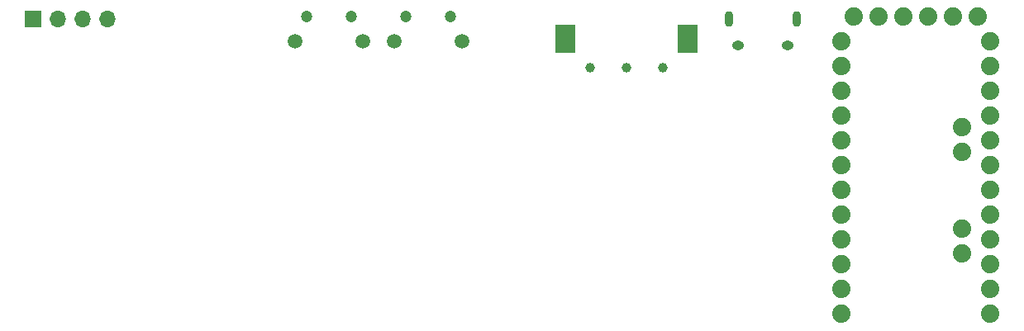
<source format=gbr>
%TF.GenerationSoftware,KiCad,Pcbnew,(5.1.10)-1*%
%TF.CreationDate,2021-07-25T13:07:42+09:00*%
%TF.ProjectId,MHGC,4d484743-2e6b-4696-9361-645f70636258,rev?*%
%TF.SameCoordinates,Original*%
%TF.FileFunction,Soldermask,Bot*%
%TF.FilePolarity,Negative*%
%FSLAX46Y46*%
G04 Gerber Fmt 4.6, Leading zero omitted, Abs format (unit mm)*
G04 Created by KiCad (PCBNEW (5.1.10)-1) date 2021-07-25 13:07:42*
%MOMM*%
%LPD*%
G01*
G04 APERTURE LIST*
%ADD10O,0.900000X1.600000*%
%ADD11O,1.250000X0.950000*%
%ADD12C,1.879600*%
%ADD13R,2.000000X3.000000*%
%ADD14C,1.000000*%
%ADD15O,1.700000X1.700000*%
%ADD16R,1.700000X1.700000*%
%ADD17C,1.500000*%
%ADD18C,1.200000*%
G04 APERTURE END LIST*
D10*
%TO.C,J2*%
X237800000Y-3000000D03*
X244800000Y-3000000D03*
D11*
X238800000Y-5700000D03*
X243800000Y-5700000D03*
%TD*%
D12*
%TO.C,U1*%
X263350000Y-2760000D03*
X260810000Y-2760000D03*
X258270000Y-2760000D03*
X255730000Y-2760000D03*
X253190000Y-2760000D03*
X250650000Y-2760000D03*
X261699000Y-16603000D03*
X261699000Y-14063000D03*
X261699000Y-24477000D03*
X261699000Y-27017000D03*
X264620000Y-5300000D03*
X264620000Y-7840000D03*
X264620000Y-10380000D03*
X264620000Y-12920000D03*
X264620000Y-15460000D03*
X264620000Y-18000000D03*
X264620000Y-20540000D03*
X264620000Y-23080000D03*
X264620000Y-25620000D03*
X264620000Y-28160000D03*
X264620000Y-30700000D03*
X264620000Y-33240000D03*
X249380000Y-33240000D03*
X249380000Y-30700000D03*
X249380000Y-28160000D03*
X249380000Y-25620000D03*
X249380000Y-23080000D03*
X249380000Y-20540000D03*
X249380000Y-18000000D03*
X249380000Y-15460000D03*
X249380000Y-12920000D03*
X249380000Y-10380000D03*
X249380000Y-7840000D03*
X249380000Y-5300000D03*
%TD*%
D13*
%TO.C,RV1*%
X221030000Y-5000000D03*
X233630000Y-5000000D03*
D14*
X223580000Y-8000000D03*
X227330000Y-8000000D03*
X231080000Y-8000000D03*
%TD*%
D15*
%TO.C,J1*%
X174120000Y-3000000D03*
X171580000Y-3000000D03*
X169040000Y-3000000D03*
D16*
X166500000Y-3000000D03*
%TD*%
D17*
%TO.C,SW1*%
X203510000Y-5250000D03*
X210510000Y-5250000D03*
D18*
X204760000Y-2750000D03*
X209260000Y-2750000D03*
%TD*%
D17*
%TO.C,SW2*%
X193350000Y-5250000D03*
X200350000Y-5250000D03*
D18*
X194600000Y-2750000D03*
X199100000Y-2750000D03*
%TD*%
M02*

</source>
